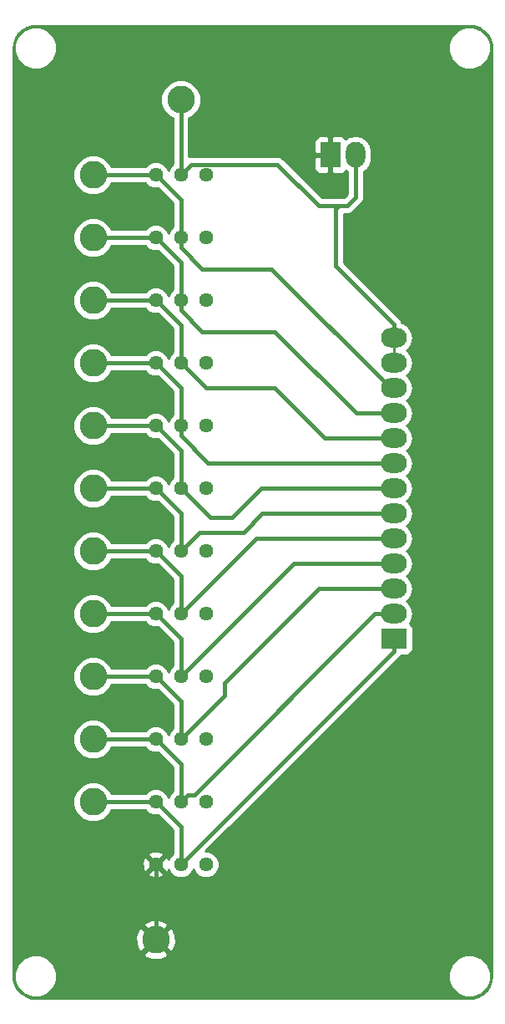
<source format=gbr>
%TF.GenerationSoftware,KiCad,Pcbnew,(5.0.0)*%
%TF.CreationDate,2019-02-02T21:25:33-06:00*%
%TF.ProjectId,BPSTester,4250535465737465722E6B696361645F,rev?*%
%TF.SameCoordinates,Original*%
%TF.FileFunction,Copper,L1,Top,Signal*%
%TF.FilePolarity,Positive*%
%FSLAX46Y46*%
G04 Gerber Fmt 4.6, Leading zero omitted, Abs format (unit mm)*
G04 Created by KiCad (PCBNEW (5.0.0)) date 02/02/19 21:25:33*
%MOMM*%
%LPD*%
G01*
G04 APERTURE LIST*
%ADD10O,2.000000X2.600000*%
%ADD11R,2.000000X2.600000*%
%ADD12C,1.440000*%
%ADD13O,2.600000X2.000000*%
%ADD14R,2.600000X2.000000*%
%ADD15C,2.800000*%
%ADD16C,0.250000*%
%ADD17C,0.381000*%
%ADD18C,0.254000*%
G04 APERTURE END LIST*
D10*
X135436500Y-63828000D03*
D11*
X132896500Y-63828000D03*
D12*
X120260000Y-65860000D03*
X117720000Y-65860000D03*
X115180000Y-65860000D03*
X115180000Y-72210000D03*
X117720000Y-72210000D03*
X120260000Y-72210000D03*
X120260000Y-78560000D03*
X117720000Y-78560000D03*
X115180000Y-78560000D03*
X115180000Y-84910000D03*
X117720000Y-84910000D03*
X120260000Y-84910000D03*
X120260000Y-91260000D03*
X117720000Y-91260000D03*
X115180000Y-91260000D03*
X115180000Y-97610000D03*
X117720000Y-97610000D03*
X120260000Y-97610000D03*
X120260000Y-103960000D03*
X117720000Y-103960000D03*
X115180000Y-103960000D03*
X115180000Y-110310000D03*
X117720000Y-110310000D03*
X120260000Y-110310000D03*
X120260000Y-116660000D03*
X117720000Y-116660000D03*
X115180000Y-116660000D03*
X115180000Y-123010000D03*
X117720000Y-123010000D03*
X120260000Y-123010000D03*
X120260000Y-129360000D03*
X117720000Y-129360000D03*
X115180000Y-129360000D03*
X115180000Y-135710000D03*
X117720000Y-135710000D03*
X120260000Y-135710000D03*
D13*
X139310000Y-82370000D03*
X139310000Y-84910000D03*
X139310000Y-87450000D03*
X139310000Y-89990000D03*
X139310000Y-92530000D03*
X139310000Y-95070000D03*
X139310000Y-97610000D03*
X139310000Y-100150000D03*
X139310000Y-102690000D03*
X139310000Y-105230000D03*
X139310000Y-107770000D03*
X139310000Y-110310000D03*
D14*
X139310000Y-112850000D03*
D15*
X115180000Y-143330000D03*
X117720000Y-58240000D03*
X108830000Y-65860000D03*
X108830000Y-72210000D03*
X108830000Y-78560000D03*
X108830000Y-84910000D03*
X108830000Y-91260000D03*
X108830000Y-97610000D03*
X108830000Y-103960000D03*
X108830000Y-110310000D03*
X108830000Y-129360000D03*
X108830000Y-116660000D03*
X108830000Y-123010000D03*
D16*
X139310000Y-83620000D02*
X139310000Y-84910000D01*
X139310000Y-82370000D02*
X139310000Y-83620000D01*
D17*
X117720000Y-58240000D02*
X117720000Y-65860000D01*
X118782901Y-64797099D02*
X127515599Y-64797099D01*
X117720000Y-65860000D02*
X118782901Y-64797099D01*
X127515599Y-64797099D02*
X131690000Y-68971500D01*
X135436500Y-68146000D02*
X135436500Y-63828000D01*
X134611000Y-68971500D02*
X135436500Y-68146000D01*
X139310000Y-80989000D02*
X133404500Y-75083500D01*
X139310000Y-82370000D02*
X139310000Y-80989000D01*
X133404500Y-69289000D02*
X133722000Y-68971500D01*
X133404500Y-75083500D02*
X133404500Y-69289000D01*
X131690000Y-68971500D02*
X133722000Y-68971500D01*
X133722000Y-68971500D02*
X134611000Y-68971500D01*
X108830000Y-65860000D02*
X115180000Y-65860000D01*
X117720000Y-68400000D02*
X117720000Y-72210000D01*
X115180000Y-65860000D02*
X117720000Y-68400000D01*
X139010000Y-87450000D02*
X139310000Y-87450000D01*
X117720000Y-72210000D02*
X117720000Y-73228233D01*
X117720000Y-73228233D02*
X119876767Y-75385000D01*
X119876767Y-75385000D02*
X126945000Y-75385000D01*
X126945000Y-75385000D02*
X139010000Y-87450000D01*
X108830000Y-72210000D02*
X115180000Y-72210000D01*
X117720000Y-74750000D02*
X117720000Y-78560000D01*
X115180000Y-72210000D02*
X117720000Y-74750000D01*
X117720000Y-79578233D02*
X119876767Y-81735000D01*
X127245000Y-81735000D02*
X135500000Y-89990000D01*
X135500000Y-89990000D02*
X139310000Y-89990000D01*
X119876767Y-81735000D02*
X127245000Y-81735000D01*
X117720000Y-78560000D02*
X117720000Y-79578233D01*
X108830000Y-78560000D02*
X115180000Y-78560000D01*
X115180000Y-78560000D02*
X117720000Y-81100000D01*
X117720000Y-81100000D02*
X117720000Y-84910000D01*
X117720000Y-84910000D02*
X120260000Y-87450000D01*
X127245000Y-87450000D02*
X132325000Y-92530000D01*
X132325000Y-92530000D02*
X139310000Y-92530000D01*
X120260000Y-87450000D02*
X127245000Y-87450000D01*
X108830000Y-84910000D02*
X115180000Y-84910000D01*
X115180000Y-84910000D02*
X117720000Y-87450000D01*
X117720000Y-87450000D02*
X117720000Y-91260000D01*
X120511767Y-95070000D02*
X139310000Y-95070000D01*
X117720000Y-92278233D02*
X120511767Y-95070000D01*
X117720000Y-91260000D02*
X117720000Y-92278233D01*
X108830000Y-91260000D02*
X115180000Y-91260000D01*
X117720000Y-93800000D02*
X117720000Y-97610000D01*
X115180000Y-91260000D02*
X117720000Y-93800000D01*
X117720000Y-97610000D02*
X120704500Y-100594500D01*
X120704500Y-100594500D02*
X122927000Y-100594500D01*
X125911500Y-97610000D02*
X139310000Y-97610000D01*
X122927000Y-100594500D02*
X125911500Y-97610000D01*
X108830000Y-97610000D02*
X115180000Y-97610000D01*
X115180000Y-97610000D02*
X117720000Y-100150000D01*
X117720000Y-100150000D02*
X117720000Y-103960000D01*
X125975000Y-100150000D02*
X139310000Y-100150000D01*
X119625000Y-102055000D02*
X124070000Y-102055000D01*
X117720000Y-103960000D02*
X119625000Y-102055000D01*
X124070000Y-102055000D02*
X125975000Y-100150000D01*
X108830000Y-103960000D02*
X115180000Y-103960000D01*
X117720000Y-106500000D02*
X117720000Y-110310000D01*
X115180000Y-103960000D02*
X117720000Y-106500000D01*
X125340000Y-102690000D02*
X139310000Y-102690000D01*
X117720000Y-110310000D02*
X125340000Y-102690000D01*
X108830000Y-110310000D02*
X115180000Y-110310000D01*
X115180000Y-110310000D02*
X117720000Y-112850000D01*
X117720000Y-112850000D02*
X117720000Y-116660000D01*
X129150000Y-105230000D02*
X139310000Y-105230000D01*
X117720000Y-116660000D02*
X129150000Y-105230000D01*
X108830000Y-116660000D02*
X115180000Y-116660000D01*
X117720000Y-119200000D02*
X117720000Y-123010000D01*
X115180000Y-116660000D02*
X117720000Y-119200000D01*
X117720000Y-123010000D02*
X122165000Y-118565000D01*
X122165000Y-117295000D02*
X131690000Y-107770000D01*
X131690000Y-107770000D02*
X139310000Y-107770000D01*
X122165000Y-118565000D02*
X122165000Y-117295000D01*
X108830000Y-123010000D02*
X115180000Y-123010000D01*
X117720000Y-125550000D02*
X117720000Y-129360000D01*
X115180000Y-123010000D02*
X117720000Y-125550000D01*
X137405000Y-110310000D02*
X139310000Y-110310000D01*
X118439999Y-128640001D02*
X119074999Y-128640001D01*
X117720000Y-129360000D02*
X118439999Y-128640001D01*
X119074999Y-128640001D02*
X137405000Y-110310000D01*
X108830000Y-129360000D02*
X115180000Y-129360000D01*
X115180000Y-129360000D02*
X117720000Y-131900000D01*
X117720000Y-131900000D02*
X117720000Y-135710000D01*
X139310000Y-114120000D02*
X139310000Y-112850000D01*
X117720000Y-135710000D02*
X139310000Y-114120000D01*
X132896500Y-63528000D02*
X133023500Y-63401000D01*
X132896500Y-63828000D02*
X132896500Y-63528000D01*
X132896500Y-63528000D02*
X132833000Y-63464500D01*
X115180000Y-135710000D02*
X115180000Y-143330000D01*
D18*
G36*
X147519918Y-50800594D02*
X148011944Y-50979191D01*
X148449692Y-51266192D01*
X148809668Y-51646190D01*
X149072576Y-52098821D01*
X149227220Y-52609416D01*
X149265001Y-53032743D01*
X149265000Y-146957298D01*
X149199405Y-147519918D01*
X149020809Y-148011944D01*
X148733810Y-148449689D01*
X148353807Y-148809670D01*
X147901180Y-149072576D01*
X147390584Y-149227220D01*
X146967269Y-149265000D01*
X103042702Y-149265000D01*
X102480082Y-149199405D01*
X101988056Y-149020809D01*
X101550311Y-148733810D01*
X101190330Y-148353807D01*
X100927424Y-147901180D01*
X100772780Y-147390584D01*
X100735000Y-146967269D01*
X100735000Y-146575322D01*
X100865000Y-146575322D01*
X100865000Y-147424678D01*
X101190034Y-148209380D01*
X101790620Y-148809966D01*
X102575322Y-149135000D01*
X103424678Y-149135000D01*
X104209380Y-148809966D01*
X104809966Y-148209380D01*
X105135000Y-147424678D01*
X105135000Y-146575322D01*
X144865000Y-146575322D01*
X144865000Y-147424678D01*
X145190034Y-148209380D01*
X145790620Y-148809966D01*
X146575322Y-149135000D01*
X147424678Y-149135000D01*
X148209380Y-148809966D01*
X148809966Y-148209380D01*
X149135000Y-147424678D01*
X149135000Y-146575322D01*
X148809966Y-145790620D01*
X148209380Y-145190034D01*
X147424678Y-144865000D01*
X146575322Y-144865000D01*
X145790620Y-145190034D01*
X145190034Y-145790620D01*
X144865000Y-146575322D01*
X105135000Y-146575322D01*
X104809966Y-145790620D01*
X104209380Y-145190034D01*
X103424678Y-144865000D01*
X102575322Y-144865000D01*
X101790620Y-145190034D01*
X101190034Y-145790620D01*
X100865000Y-146575322D01*
X100735000Y-146575322D01*
X100735000Y-144771724D01*
X113917882Y-144771724D01*
X114065455Y-145080106D01*
X114820031Y-145373405D01*
X115629409Y-145355614D01*
X116294545Y-145080106D01*
X116442118Y-144771724D01*
X115180000Y-143509605D01*
X113917882Y-144771724D01*
X100735000Y-144771724D01*
X100735000Y-142970031D01*
X113136595Y-142970031D01*
X113154386Y-143779409D01*
X113429894Y-144444545D01*
X113738276Y-144592118D01*
X115000395Y-143330000D01*
X115359605Y-143330000D01*
X116621724Y-144592118D01*
X116930106Y-144444545D01*
X117223405Y-143689969D01*
X117205614Y-142880591D01*
X116930106Y-142215455D01*
X116621724Y-142067882D01*
X115359605Y-143330000D01*
X115000395Y-143330000D01*
X113738276Y-142067882D01*
X113429894Y-142215455D01*
X113136595Y-142970031D01*
X100735000Y-142970031D01*
X100735000Y-141888276D01*
X113917882Y-141888276D01*
X115180000Y-143150395D01*
X116442118Y-141888276D01*
X116294545Y-141579894D01*
X115539969Y-141286595D01*
X114730591Y-141304386D01*
X114065455Y-141579894D01*
X113917882Y-141888276D01*
X100735000Y-141888276D01*
X100735000Y-136659774D01*
X114409831Y-136659774D01*
X114474131Y-136897611D01*
X114982342Y-137077333D01*
X115520644Y-137048892D01*
X115885869Y-136897611D01*
X115950169Y-136659774D01*
X115180000Y-135889605D01*
X114409831Y-136659774D01*
X100735000Y-136659774D01*
X100735000Y-135512342D01*
X113812667Y-135512342D01*
X113841108Y-136050644D01*
X113992389Y-136415869D01*
X114230226Y-136480169D01*
X115000395Y-135710000D01*
X114230226Y-134939831D01*
X113992389Y-135004131D01*
X113812667Y-135512342D01*
X100735000Y-135512342D01*
X100735000Y-134760226D01*
X114409831Y-134760226D01*
X115180000Y-135530395D01*
X115950169Y-134760226D01*
X115885869Y-134522389D01*
X115377658Y-134342667D01*
X114839356Y-134371108D01*
X114474131Y-134522389D01*
X114409831Y-134760226D01*
X100735000Y-134760226D01*
X100735000Y-65455213D01*
X106795000Y-65455213D01*
X106795000Y-66264787D01*
X107104810Y-67012735D01*
X107677265Y-67585190D01*
X108425213Y-67895000D01*
X109234787Y-67895000D01*
X109982735Y-67585190D01*
X110555190Y-67012735D01*
X110690735Y-66685500D01*
X114089240Y-66685500D01*
X114412454Y-67008714D01*
X114910474Y-67215000D01*
X115367567Y-67215000D01*
X116894500Y-68741934D01*
X116894501Y-71119239D01*
X116571286Y-71442454D01*
X116450000Y-71735265D01*
X116328714Y-71442454D01*
X115947546Y-71061286D01*
X115449526Y-70855000D01*
X114910474Y-70855000D01*
X114412454Y-71061286D01*
X114089240Y-71384500D01*
X110690735Y-71384500D01*
X110555190Y-71057265D01*
X109982735Y-70484810D01*
X109234787Y-70175000D01*
X108425213Y-70175000D01*
X107677265Y-70484810D01*
X107104810Y-71057265D01*
X106795000Y-71805213D01*
X106795000Y-72614787D01*
X107104810Y-73362735D01*
X107677265Y-73935190D01*
X108425213Y-74245000D01*
X109234787Y-74245000D01*
X109982735Y-73935190D01*
X110555190Y-73362735D01*
X110690735Y-73035500D01*
X114089240Y-73035500D01*
X114412454Y-73358714D01*
X114910474Y-73565000D01*
X115367567Y-73565000D01*
X116894500Y-75091934D01*
X116894501Y-77469239D01*
X116571286Y-77792454D01*
X116450000Y-78085265D01*
X116328714Y-77792454D01*
X115947546Y-77411286D01*
X115449526Y-77205000D01*
X114910474Y-77205000D01*
X114412454Y-77411286D01*
X114089240Y-77734500D01*
X110690735Y-77734500D01*
X110555190Y-77407265D01*
X109982735Y-76834810D01*
X109234787Y-76525000D01*
X108425213Y-76525000D01*
X107677265Y-76834810D01*
X107104810Y-77407265D01*
X106795000Y-78155213D01*
X106795000Y-78964787D01*
X107104810Y-79712735D01*
X107677265Y-80285190D01*
X108425213Y-80595000D01*
X109234787Y-80595000D01*
X109982735Y-80285190D01*
X110555190Y-79712735D01*
X110690735Y-79385500D01*
X114089240Y-79385500D01*
X114412454Y-79708714D01*
X114910474Y-79915000D01*
X115367567Y-79915000D01*
X116894500Y-81441934D01*
X116894501Y-83819239D01*
X116571286Y-84142454D01*
X116450000Y-84435265D01*
X116328714Y-84142454D01*
X115947546Y-83761286D01*
X115449526Y-83555000D01*
X114910474Y-83555000D01*
X114412454Y-83761286D01*
X114089240Y-84084500D01*
X110690735Y-84084500D01*
X110555190Y-83757265D01*
X109982735Y-83184810D01*
X109234787Y-82875000D01*
X108425213Y-82875000D01*
X107677265Y-83184810D01*
X107104810Y-83757265D01*
X106795000Y-84505213D01*
X106795000Y-85314787D01*
X107104810Y-86062735D01*
X107677265Y-86635190D01*
X108425213Y-86945000D01*
X109234787Y-86945000D01*
X109982735Y-86635190D01*
X110555190Y-86062735D01*
X110690735Y-85735500D01*
X114089240Y-85735500D01*
X114412454Y-86058714D01*
X114910474Y-86265000D01*
X115367567Y-86265000D01*
X116894500Y-87791934D01*
X116894501Y-90169239D01*
X116571286Y-90492454D01*
X116450000Y-90785265D01*
X116328714Y-90492454D01*
X115947546Y-90111286D01*
X115449526Y-89905000D01*
X114910474Y-89905000D01*
X114412454Y-90111286D01*
X114089240Y-90434500D01*
X110690735Y-90434500D01*
X110555190Y-90107265D01*
X109982735Y-89534810D01*
X109234787Y-89225000D01*
X108425213Y-89225000D01*
X107677265Y-89534810D01*
X107104810Y-90107265D01*
X106795000Y-90855213D01*
X106795000Y-91664787D01*
X107104810Y-92412735D01*
X107677265Y-92985190D01*
X108425213Y-93295000D01*
X109234787Y-93295000D01*
X109982735Y-92985190D01*
X110555190Y-92412735D01*
X110690735Y-92085500D01*
X114089240Y-92085500D01*
X114412454Y-92408714D01*
X114910474Y-92615000D01*
X115367567Y-92615000D01*
X116894500Y-94141934D01*
X116894501Y-96519239D01*
X116571286Y-96842454D01*
X116450000Y-97135265D01*
X116328714Y-96842454D01*
X115947546Y-96461286D01*
X115449526Y-96255000D01*
X114910474Y-96255000D01*
X114412454Y-96461286D01*
X114089240Y-96784500D01*
X110690735Y-96784500D01*
X110555190Y-96457265D01*
X109982735Y-95884810D01*
X109234787Y-95575000D01*
X108425213Y-95575000D01*
X107677265Y-95884810D01*
X107104810Y-96457265D01*
X106795000Y-97205213D01*
X106795000Y-98014787D01*
X107104810Y-98762735D01*
X107677265Y-99335190D01*
X108425213Y-99645000D01*
X109234787Y-99645000D01*
X109982735Y-99335190D01*
X110555190Y-98762735D01*
X110690735Y-98435500D01*
X114089240Y-98435500D01*
X114412454Y-98758714D01*
X114910474Y-98965000D01*
X115367567Y-98965000D01*
X116894500Y-100491934D01*
X116894501Y-102869239D01*
X116571286Y-103192454D01*
X116450000Y-103485265D01*
X116328714Y-103192454D01*
X115947546Y-102811286D01*
X115449526Y-102605000D01*
X114910474Y-102605000D01*
X114412454Y-102811286D01*
X114089240Y-103134500D01*
X110690735Y-103134500D01*
X110555190Y-102807265D01*
X109982735Y-102234810D01*
X109234787Y-101925000D01*
X108425213Y-101925000D01*
X107677265Y-102234810D01*
X107104810Y-102807265D01*
X106795000Y-103555213D01*
X106795000Y-104364787D01*
X107104810Y-105112735D01*
X107677265Y-105685190D01*
X108425213Y-105995000D01*
X109234787Y-105995000D01*
X109982735Y-105685190D01*
X110555190Y-105112735D01*
X110690735Y-104785500D01*
X114089240Y-104785500D01*
X114412454Y-105108714D01*
X114910474Y-105315000D01*
X115367567Y-105315000D01*
X116894500Y-106841934D01*
X116894501Y-109219239D01*
X116571286Y-109542454D01*
X116450000Y-109835265D01*
X116328714Y-109542454D01*
X115947546Y-109161286D01*
X115449526Y-108955000D01*
X114910474Y-108955000D01*
X114412454Y-109161286D01*
X114089240Y-109484500D01*
X110690735Y-109484500D01*
X110555190Y-109157265D01*
X109982735Y-108584810D01*
X109234787Y-108275000D01*
X108425213Y-108275000D01*
X107677265Y-108584810D01*
X107104810Y-109157265D01*
X106795000Y-109905213D01*
X106795000Y-110714787D01*
X107104810Y-111462735D01*
X107677265Y-112035190D01*
X108425213Y-112345000D01*
X109234787Y-112345000D01*
X109982735Y-112035190D01*
X110555190Y-111462735D01*
X110690735Y-111135500D01*
X114089240Y-111135500D01*
X114412454Y-111458714D01*
X114910474Y-111665000D01*
X115367567Y-111665000D01*
X116894500Y-113191934D01*
X116894501Y-115569239D01*
X116571286Y-115892454D01*
X116450000Y-116185265D01*
X116328714Y-115892454D01*
X115947546Y-115511286D01*
X115449526Y-115305000D01*
X114910474Y-115305000D01*
X114412454Y-115511286D01*
X114089240Y-115834500D01*
X110690735Y-115834500D01*
X110555190Y-115507265D01*
X109982735Y-114934810D01*
X109234787Y-114625000D01*
X108425213Y-114625000D01*
X107677265Y-114934810D01*
X107104810Y-115507265D01*
X106795000Y-116255213D01*
X106795000Y-117064787D01*
X107104810Y-117812735D01*
X107677265Y-118385190D01*
X108425213Y-118695000D01*
X109234787Y-118695000D01*
X109982735Y-118385190D01*
X110555190Y-117812735D01*
X110690735Y-117485500D01*
X114089240Y-117485500D01*
X114412454Y-117808714D01*
X114910474Y-118015000D01*
X115367567Y-118015000D01*
X116894500Y-119541934D01*
X116894501Y-121919239D01*
X116571286Y-122242454D01*
X116450000Y-122535265D01*
X116328714Y-122242454D01*
X115947546Y-121861286D01*
X115449526Y-121655000D01*
X114910474Y-121655000D01*
X114412454Y-121861286D01*
X114089240Y-122184500D01*
X110690735Y-122184500D01*
X110555190Y-121857265D01*
X109982735Y-121284810D01*
X109234787Y-120975000D01*
X108425213Y-120975000D01*
X107677265Y-121284810D01*
X107104810Y-121857265D01*
X106795000Y-122605213D01*
X106795000Y-123414787D01*
X107104810Y-124162735D01*
X107677265Y-124735190D01*
X108425213Y-125045000D01*
X109234787Y-125045000D01*
X109982735Y-124735190D01*
X110555190Y-124162735D01*
X110690735Y-123835500D01*
X114089240Y-123835500D01*
X114412454Y-124158714D01*
X114910474Y-124365000D01*
X115367567Y-124365000D01*
X116894500Y-125891934D01*
X116894501Y-128269239D01*
X116571286Y-128592454D01*
X116450000Y-128885265D01*
X116328714Y-128592454D01*
X115947546Y-128211286D01*
X115449526Y-128005000D01*
X114910474Y-128005000D01*
X114412454Y-128211286D01*
X114089240Y-128534500D01*
X110690735Y-128534500D01*
X110555190Y-128207265D01*
X109982735Y-127634810D01*
X109234787Y-127325000D01*
X108425213Y-127325000D01*
X107677265Y-127634810D01*
X107104810Y-128207265D01*
X106795000Y-128955213D01*
X106795000Y-129764787D01*
X107104810Y-130512735D01*
X107677265Y-131085190D01*
X108425213Y-131395000D01*
X109234787Y-131395000D01*
X109982735Y-131085190D01*
X110555190Y-130512735D01*
X110690735Y-130185500D01*
X114089240Y-130185500D01*
X114412454Y-130508714D01*
X114910474Y-130715000D01*
X115367567Y-130715000D01*
X116894500Y-132241934D01*
X116894501Y-134619239D01*
X116571286Y-134942454D01*
X116456675Y-135219151D01*
X116367611Y-135004131D01*
X116129774Y-134939831D01*
X115359605Y-135710000D01*
X116129774Y-136480169D01*
X116367611Y-136415869D01*
X116449649Y-136183886D01*
X116571286Y-136477546D01*
X116952454Y-136858714D01*
X117450474Y-137065000D01*
X117989526Y-137065000D01*
X118487546Y-136858714D01*
X118868714Y-136477546D01*
X118990000Y-136184735D01*
X119111286Y-136477546D01*
X119492454Y-136858714D01*
X119990474Y-137065000D01*
X120529526Y-137065000D01*
X121027546Y-136858714D01*
X121408714Y-136477546D01*
X121615000Y-135979526D01*
X121615000Y-135440474D01*
X121408714Y-134942454D01*
X121027546Y-134561286D01*
X120529526Y-134355000D01*
X120242432Y-134355000D01*
X139836226Y-114761207D01*
X139905152Y-114715152D01*
X140050623Y-114497440D01*
X140610000Y-114497440D01*
X140857765Y-114448157D01*
X141067809Y-114307809D01*
X141208157Y-114097765D01*
X141257440Y-113850000D01*
X141257440Y-111850000D01*
X141208157Y-111602235D01*
X141067809Y-111392191D01*
X140919511Y-111293100D01*
X141150136Y-110947945D01*
X141277031Y-110310000D01*
X141150136Y-109672055D01*
X140788769Y-109131231D01*
X140652232Y-109040000D01*
X140788769Y-108948769D01*
X141150136Y-108407945D01*
X141277031Y-107770000D01*
X141150136Y-107132055D01*
X140788769Y-106591231D01*
X140652232Y-106500000D01*
X140788769Y-106408769D01*
X141150136Y-105867945D01*
X141277031Y-105230000D01*
X141150136Y-104592055D01*
X140788769Y-104051231D01*
X140652232Y-103960000D01*
X140788769Y-103868769D01*
X141150136Y-103327945D01*
X141277031Y-102690000D01*
X141150136Y-102052055D01*
X140788769Y-101511231D01*
X140652232Y-101420000D01*
X140788769Y-101328769D01*
X141150136Y-100787945D01*
X141277031Y-100150000D01*
X141150136Y-99512055D01*
X140788769Y-98971231D01*
X140652232Y-98880000D01*
X140788769Y-98788769D01*
X141150136Y-98247945D01*
X141277031Y-97610000D01*
X141150136Y-96972055D01*
X140788769Y-96431231D01*
X140652232Y-96340000D01*
X140788769Y-96248769D01*
X141150136Y-95707945D01*
X141277031Y-95070000D01*
X141150136Y-94432055D01*
X140788769Y-93891231D01*
X140652232Y-93800000D01*
X140788769Y-93708769D01*
X141150136Y-93167945D01*
X141277031Y-92530000D01*
X141150136Y-91892055D01*
X140788769Y-91351231D01*
X140652232Y-91260000D01*
X140788769Y-91168769D01*
X141150136Y-90627945D01*
X141277031Y-89990000D01*
X141150136Y-89352055D01*
X140788769Y-88811231D01*
X140652232Y-88720000D01*
X140788769Y-88628769D01*
X141150136Y-88087945D01*
X141277031Y-87450000D01*
X141150136Y-86812055D01*
X140788769Y-86271231D01*
X140652232Y-86180000D01*
X140788769Y-86088769D01*
X141150136Y-85547945D01*
X141277031Y-84910000D01*
X141150136Y-84272055D01*
X140788769Y-83731231D01*
X140652232Y-83640000D01*
X140788769Y-83548769D01*
X141150136Y-83007945D01*
X141277031Y-82370000D01*
X141150136Y-81732055D01*
X140788769Y-81191231D01*
X140247945Y-80829864D01*
X140114748Y-80803370D01*
X140087604Y-80666906D01*
X139905152Y-80393848D01*
X139836226Y-80347793D01*
X134230000Y-74741568D01*
X134230000Y-69797000D01*
X134529699Y-69797000D01*
X134611000Y-69813172D01*
X134692301Y-69797000D01*
X134692303Y-69797000D01*
X134933094Y-69749104D01*
X135206152Y-69566652D01*
X135252209Y-69497723D01*
X135962726Y-68787207D01*
X136031652Y-68741152D01*
X136214104Y-68468094D01*
X136262000Y-68227303D01*
X136262000Y-68227299D01*
X136278171Y-68146001D01*
X136262000Y-68064703D01*
X136262000Y-65542816D01*
X136615269Y-65306769D01*
X136976636Y-64765945D01*
X137071500Y-64289030D01*
X137071500Y-63366969D01*
X136976636Y-62890055D01*
X136615269Y-62349231D01*
X136074444Y-61987864D01*
X135436500Y-61860969D01*
X134798555Y-61987864D01*
X134455135Y-62217330D01*
X134434827Y-62168301D01*
X134256198Y-61989673D01*
X134022809Y-61893000D01*
X133182250Y-61893000D01*
X133023500Y-62051750D01*
X133023500Y-63701000D01*
X133043500Y-63701000D01*
X133043500Y-63955000D01*
X133023500Y-63955000D01*
X133023500Y-65604250D01*
X133182250Y-65763000D01*
X134022809Y-65763000D01*
X134256198Y-65666327D01*
X134434827Y-65487699D01*
X134455135Y-65438670D01*
X134611001Y-65542816D01*
X134611000Y-67804067D01*
X134269068Y-68146000D01*
X133803303Y-68146000D01*
X133722000Y-68129828D01*
X133640697Y-68146000D01*
X132031933Y-68146000D01*
X128156808Y-64270876D01*
X128110751Y-64201947D01*
X127978756Y-64113750D01*
X131261500Y-64113750D01*
X131261500Y-65254310D01*
X131358173Y-65487699D01*
X131536802Y-65666327D01*
X131770191Y-65763000D01*
X132610750Y-65763000D01*
X132769500Y-65604250D01*
X132769500Y-63955000D01*
X131420250Y-63955000D01*
X131261500Y-64113750D01*
X127978756Y-64113750D01*
X127837693Y-64019495D01*
X127596902Y-63971599D01*
X127596900Y-63971599D01*
X127515599Y-63955427D01*
X127434298Y-63971599D01*
X118864202Y-63971599D01*
X118782900Y-63955427D01*
X118701599Y-63971599D01*
X118701598Y-63971599D01*
X118545500Y-64002649D01*
X118545500Y-62401690D01*
X131261500Y-62401690D01*
X131261500Y-63542250D01*
X131420250Y-63701000D01*
X132769500Y-63701000D01*
X132769500Y-62051750D01*
X132610750Y-61893000D01*
X131770191Y-61893000D01*
X131536802Y-61989673D01*
X131358173Y-62168301D01*
X131261500Y-62401690D01*
X118545500Y-62401690D01*
X118545500Y-60100735D01*
X118872735Y-59965190D01*
X119445190Y-59392735D01*
X119755000Y-58644787D01*
X119755000Y-57835213D01*
X119445190Y-57087265D01*
X118872735Y-56514810D01*
X118124787Y-56205000D01*
X117315213Y-56205000D01*
X116567265Y-56514810D01*
X115994810Y-57087265D01*
X115685000Y-57835213D01*
X115685000Y-58644787D01*
X115994810Y-59392735D01*
X116567265Y-59965190D01*
X116894500Y-60100735D01*
X116894501Y-64769239D01*
X116571286Y-65092454D01*
X116450000Y-65385265D01*
X116328714Y-65092454D01*
X115947546Y-64711286D01*
X115449526Y-64505000D01*
X114910474Y-64505000D01*
X114412454Y-64711286D01*
X114089240Y-65034500D01*
X110690735Y-65034500D01*
X110555190Y-64707265D01*
X109982735Y-64134810D01*
X109234787Y-63825000D01*
X108425213Y-63825000D01*
X107677265Y-64134810D01*
X107104810Y-64707265D01*
X106795000Y-65455213D01*
X100735000Y-65455213D01*
X100735000Y-53042702D01*
X100789490Y-52575322D01*
X100865000Y-52575322D01*
X100865000Y-53424678D01*
X101190034Y-54209380D01*
X101790620Y-54809966D01*
X102575322Y-55135000D01*
X103424678Y-55135000D01*
X104209380Y-54809966D01*
X104809966Y-54209380D01*
X105135000Y-53424678D01*
X105135000Y-52575322D01*
X144865000Y-52575322D01*
X144865000Y-53424678D01*
X145190034Y-54209380D01*
X145790620Y-54809966D01*
X146575322Y-55135000D01*
X147424678Y-55135000D01*
X148209380Y-54809966D01*
X148809966Y-54209380D01*
X149135000Y-53424678D01*
X149135000Y-52575322D01*
X148809966Y-51790620D01*
X148209380Y-51190034D01*
X147424678Y-50865000D01*
X146575322Y-50865000D01*
X145790620Y-51190034D01*
X145190034Y-51790620D01*
X144865000Y-52575322D01*
X105135000Y-52575322D01*
X104809966Y-51790620D01*
X104209380Y-51190034D01*
X103424678Y-50865000D01*
X102575322Y-50865000D01*
X101790620Y-51190034D01*
X101190034Y-51790620D01*
X100865000Y-52575322D01*
X100789490Y-52575322D01*
X100800594Y-52480082D01*
X100979191Y-51988056D01*
X101266192Y-51550308D01*
X101646190Y-51190332D01*
X102098821Y-50927424D01*
X102609416Y-50772780D01*
X103032732Y-50735000D01*
X146957298Y-50735000D01*
X147519918Y-50800594D01*
X147519918Y-50800594D01*
G37*
X147519918Y-50800594D02*
X148011944Y-50979191D01*
X148449692Y-51266192D01*
X148809668Y-51646190D01*
X149072576Y-52098821D01*
X149227220Y-52609416D01*
X149265001Y-53032743D01*
X149265000Y-146957298D01*
X149199405Y-147519918D01*
X149020809Y-148011944D01*
X148733810Y-148449689D01*
X148353807Y-148809670D01*
X147901180Y-149072576D01*
X147390584Y-149227220D01*
X146967269Y-149265000D01*
X103042702Y-149265000D01*
X102480082Y-149199405D01*
X101988056Y-149020809D01*
X101550311Y-148733810D01*
X101190330Y-148353807D01*
X100927424Y-147901180D01*
X100772780Y-147390584D01*
X100735000Y-146967269D01*
X100735000Y-146575322D01*
X100865000Y-146575322D01*
X100865000Y-147424678D01*
X101190034Y-148209380D01*
X101790620Y-148809966D01*
X102575322Y-149135000D01*
X103424678Y-149135000D01*
X104209380Y-148809966D01*
X104809966Y-148209380D01*
X105135000Y-147424678D01*
X105135000Y-146575322D01*
X144865000Y-146575322D01*
X144865000Y-147424678D01*
X145190034Y-148209380D01*
X145790620Y-148809966D01*
X146575322Y-149135000D01*
X147424678Y-149135000D01*
X148209380Y-148809966D01*
X148809966Y-148209380D01*
X149135000Y-147424678D01*
X149135000Y-146575322D01*
X148809966Y-145790620D01*
X148209380Y-145190034D01*
X147424678Y-144865000D01*
X146575322Y-144865000D01*
X145790620Y-145190034D01*
X145190034Y-145790620D01*
X144865000Y-146575322D01*
X105135000Y-146575322D01*
X104809966Y-145790620D01*
X104209380Y-145190034D01*
X103424678Y-144865000D01*
X102575322Y-144865000D01*
X101790620Y-145190034D01*
X101190034Y-145790620D01*
X100865000Y-146575322D01*
X100735000Y-146575322D01*
X100735000Y-144771724D01*
X113917882Y-144771724D01*
X114065455Y-145080106D01*
X114820031Y-145373405D01*
X115629409Y-145355614D01*
X116294545Y-145080106D01*
X116442118Y-144771724D01*
X115180000Y-143509605D01*
X113917882Y-144771724D01*
X100735000Y-144771724D01*
X100735000Y-142970031D01*
X113136595Y-142970031D01*
X113154386Y-143779409D01*
X113429894Y-144444545D01*
X113738276Y-144592118D01*
X115000395Y-143330000D01*
X115359605Y-143330000D01*
X116621724Y-144592118D01*
X116930106Y-144444545D01*
X117223405Y-143689969D01*
X117205614Y-142880591D01*
X116930106Y-142215455D01*
X116621724Y-142067882D01*
X115359605Y-143330000D01*
X115000395Y-143330000D01*
X113738276Y-142067882D01*
X113429894Y-142215455D01*
X113136595Y-142970031D01*
X100735000Y-142970031D01*
X100735000Y-141888276D01*
X113917882Y-141888276D01*
X115180000Y-143150395D01*
X116442118Y-141888276D01*
X116294545Y-141579894D01*
X115539969Y-141286595D01*
X114730591Y-141304386D01*
X114065455Y-141579894D01*
X113917882Y-141888276D01*
X100735000Y-141888276D01*
X100735000Y-136659774D01*
X114409831Y-136659774D01*
X114474131Y-136897611D01*
X114982342Y-137077333D01*
X115520644Y-137048892D01*
X115885869Y-136897611D01*
X115950169Y-136659774D01*
X115180000Y-135889605D01*
X114409831Y-136659774D01*
X100735000Y-136659774D01*
X100735000Y-135512342D01*
X113812667Y-135512342D01*
X113841108Y-136050644D01*
X113992389Y-136415869D01*
X114230226Y-136480169D01*
X115000395Y-135710000D01*
X114230226Y-134939831D01*
X113992389Y-135004131D01*
X113812667Y-135512342D01*
X100735000Y-135512342D01*
X100735000Y-134760226D01*
X114409831Y-134760226D01*
X115180000Y-135530395D01*
X115950169Y-134760226D01*
X115885869Y-134522389D01*
X115377658Y-134342667D01*
X114839356Y-134371108D01*
X114474131Y-134522389D01*
X114409831Y-134760226D01*
X100735000Y-134760226D01*
X100735000Y-65455213D01*
X106795000Y-65455213D01*
X106795000Y-66264787D01*
X107104810Y-67012735D01*
X107677265Y-67585190D01*
X108425213Y-67895000D01*
X109234787Y-67895000D01*
X109982735Y-67585190D01*
X110555190Y-67012735D01*
X110690735Y-66685500D01*
X114089240Y-66685500D01*
X114412454Y-67008714D01*
X114910474Y-67215000D01*
X115367567Y-67215000D01*
X116894500Y-68741934D01*
X116894501Y-71119239D01*
X116571286Y-71442454D01*
X116450000Y-71735265D01*
X116328714Y-71442454D01*
X115947546Y-71061286D01*
X115449526Y-70855000D01*
X114910474Y-70855000D01*
X114412454Y-71061286D01*
X114089240Y-71384500D01*
X110690735Y-71384500D01*
X110555190Y-71057265D01*
X109982735Y-70484810D01*
X109234787Y-70175000D01*
X108425213Y-70175000D01*
X107677265Y-70484810D01*
X107104810Y-71057265D01*
X106795000Y-71805213D01*
X106795000Y-72614787D01*
X107104810Y-73362735D01*
X107677265Y-73935190D01*
X108425213Y-74245000D01*
X109234787Y-74245000D01*
X109982735Y-73935190D01*
X110555190Y-73362735D01*
X110690735Y-73035500D01*
X114089240Y-73035500D01*
X114412454Y-73358714D01*
X114910474Y-73565000D01*
X115367567Y-73565000D01*
X116894500Y-75091934D01*
X116894501Y-77469239D01*
X116571286Y-77792454D01*
X116450000Y-78085265D01*
X116328714Y-77792454D01*
X115947546Y-77411286D01*
X115449526Y-77205000D01*
X114910474Y-77205000D01*
X114412454Y-77411286D01*
X114089240Y-77734500D01*
X110690735Y-77734500D01*
X110555190Y-77407265D01*
X109982735Y-76834810D01*
X109234787Y-76525000D01*
X108425213Y-76525000D01*
X107677265Y-76834810D01*
X107104810Y-77407265D01*
X106795000Y-78155213D01*
X106795000Y-78964787D01*
X107104810Y-79712735D01*
X107677265Y-80285190D01*
X108425213Y-80595000D01*
X109234787Y-80595000D01*
X109982735Y-80285190D01*
X110555190Y-79712735D01*
X110690735Y-79385500D01*
X114089240Y-79385500D01*
X114412454Y-79708714D01*
X114910474Y-79915000D01*
X115367567Y-79915000D01*
X116894500Y-81441934D01*
X116894501Y-83819239D01*
X116571286Y-84142454D01*
X116450000Y-84435265D01*
X116328714Y-84142454D01*
X115947546Y-83761286D01*
X115449526Y-83555000D01*
X114910474Y-83555000D01*
X114412454Y-83761286D01*
X114089240Y-84084500D01*
X110690735Y-84084500D01*
X110555190Y-83757265D01*
X109982735Y-83184810D01*
X109234787Y-82875000D01*
X108425213Y-82875000D01*
X107677265Y-83184810D01*
X107104810Y-83757265D01*
X106795000Y-84505213D01*
X106795000Y-85314787D01*
X107104810Y-86062735D01*
X107677265Y-86635190D01*
X108425213Y-86945000D01*
X109234787Y-86945000D01*
X109982735Y-86635190D01*
X110555190Y-86062735D01*
X110690735Y-85735500D01*
X114089240Y-85735500D01*
X114412454Y-86058714D01*
X114910474Y-86265000D01*
X115367567Y-86265000D01*
X116894500Y-87791934D01*
X116894501Y-90169239D01*
X116571286Y-90492454D01*
X116450000Y-90785265D01*
X116328714Y-90492454D01*
X115947546Y-90111286D01*
X115449526Y-89905000D01*
X114910474Y-89905000D01*
X114412454Y-90111286D01*
X114089240Y-90434500D01*
X110690735Y-90434500D01*
X110555190Y-90107265D01*
X109982735Y-89534810D01*
X109234787Y-89225000D01*
X108425213Y-89225000D01*
X107677265Y-89534810D01*
X107104810Y-90107265D01*
X106795000Y-90855213D01*
X106795000Y-91664787D01*
X107104810Y-92412735D01*
X107677265Y-92985190D01*
X108425213Y-93295000D01*
X109234787Y-93295000D01*
X109982735Y-92985190D01*
X110555190Y-92412735D01*
X110690735Y-92085500D01*
X114089240Y-92085500D01*
X114412454Y-92408714D01*
X114910474Y-92615000D01*
X115367567Y-92615000D01*
X116894500Y-94141934D01*
X116894501Y-96519239D01*
X116571286Y-96842454D01*
X116450000Y-97135265D01*
X116328714Y-96842454D01*
X115947546Y-96461286D01*
X115449526Y-96255000D01*
X114910474Y-96255000D01*
X114412454Y-96461286D01*
X114089240Y-96784500D01*
X110690735Y-96784500D01*
X110555190Y-96457265D01*
X109982735Y-95884810D01*
X109234787Y-95575000D01*
X108425213Y-95575000D01*
X107677265Y-95884810D01*
X107104810Y-96457265D01*
X106795000Y-97205213D01*
X106795000Y-98014787D01*
X107104810Y-98762735D01*
X107677265Y-99335190D01*
X108425213Y-99645000D01*
X109234787Y-99645000D01*
X109982735Y-99335190D01*
X110555190Y-98762735D01*
X110690735Y-98435500D01*
X114089240Y-98435500D01*
X114412454Y-98758714D01*
X114910474Y-98965000D01*
X115367567Y-98965000D01*
X116894500Y-100491934D01*
X116894501Y-102869239D01*
X116571286Y-103192454D01*
X116450000Y-103485265D01*
X116328714Y-103192454D01*
X115947546Y-102811286D01*
X115449526Y-102605000D01*
X114910474Y-102605000D01*
X114412454Y-102811286D01*
X114089240Y-103134500D01*
X110690735Y-103134500D01*
X110555190Y-102807265D01*
X109982735Y-102234810D01*
X109234787Y-101925000D01*
X108425213Y-101925000D01*
X107677265Y-102234810D01*
X107104810Y-102807265D01*
X106795000Y-103555213D01*
X106795000Y-104364787D01*
X107104810Y-105112735D01*
X107677265Y-105685190D01*
X108425213Y-105995000D01*
X109234787Y-105995000D01*
X109982735Y-105685190D01*
X110555190Y-105112735D01*
X110690735Y-104785500D01*
X114089240Y-104785500D01*
X114412454Y-105108714D01*
X114910474Y-105315000D01*
X115367567Y-105315000D01*
X116894500Y-106841934D01*
X116894501Y-109219239D01*
X116571286Y-109542454D01*
X116450000Y-109835265D01*
X116328714Y-109542454D01*
X115947546Y-109161286D01*
X115449526Y-108955000D01*
X114910474Y-108955000D01*
X114412454Y-109161286D01*
X114089240Y-109484500D01*
X110690735Y-109484500D01*
X110555190Y-109157265D01*
X109982735Y-108584810D01*
X109234787Y-108275000D01*
X108425213Y-108275000D01*
X107677265Y-108584810D01*
X107104810Y-109157265D01*
X106795000Y-109905213D01*
X106795000Y-110714787D01*
X107104810Y-111462735D01*
X107677265Y-112035190D01*
X108425213Y-112345000D01*
X109234787Y-112345000D01*
X109982735Y-112035190D01*
X110555190Y-111462735D01*
X110690735Y-111135500D01*
X114089240Y-111135500D01*
X114412454Y-111458714D01*
X114910474Y-111665000D01*
X115367567Y-111665000D01*
X116894500Y-113191934D01*
X116894501Y-115569239D01*
X116571286Y-115892454D01*
X116450000Y-116185265D01*
X116328714Y-115892454D01*
X115947546Y-115511286D01*
X115449526Y-115305000D01*
X114910474Y-115305000D01*
X114412454Y-115511286D01*
X114089240Y-115834500D01*
X110690735Y-115834500D01*
X110555190Y-115507265D01*
X109982735Y-114934810D01*
X109234787Y-114625000D01*
X108425213Y-114625000D01*
X107677265Y-114934810D01*
X107104810Y-115507265D01*
X106795000Y-116255213D01*
X106795000Y-117064787D01*
X107104810Y-117812735D01*
X107677265Y-118385190D01*
X108425213Y-118695000D01*
X109234787Y-118695000D01*
X109982735Y-118385190D01*
X110555190Y-117812735D01*
X110690735Y-117485500D01*
X114089240Y-117485500D01*
X114412454Y-117808714D01*
X114910474Y-118015000D01*
X115367567Y-118015000D01*
X116894500Y-119541934D01*
X116894501Y-121919239D01*
X116571286Y-122242454D01*
X116450000Y-122535265D01*
X116328714Y-122242454D01*
X115947546Y-121861286D01*
X115449526Y-121655000D01*
X114910474Y-121655000D01*
X114412454Y-121861286D01*
X114089240Y-122184500D01*
X110690735Y-122184500D01*
X110555190Y-121857265D01*
X109982735Y-121284810D01*
X109234787Y-120975000D01*
X108425213Y-120975000D01*
X107677265Y-121284810D01*
X107104810Y-121857265D01*
X106795000Y-122605213D01*
X106795000Y-123414787D01*
X107104810Y-124162735D01*
X107677265Y-124735190D01*
X108425213Y-125045000D01*
X109234787Y-125045000D01*
X109982735Y-124735190D01*
X110555190Y-124162735D01*
X110690735Y-123835500D01*
X114089240Y-123835500D01*
X114412454Y-124158714D01*
X114910474Y-124365000D01*
X115367567Y-124365000D01*
X116894500Y-125891934D01*
X116894501Y-128269239D01*
X116571286Y-128592454D01*
X116450000Y-128885265D01*
X116328714Y-128592454D01*
X115947546Y-128211286D01*
X115449526Y-128005000D01*
X114910474Y-128005000D01*
X114412454Y-128211286D01*
X114089240Y-128534500D01*
X110690735Y-128534500D01*
X110555190Y-128207265D01*
X109982735Y-127634810D01*
X109234787Y-127325000D01*
X108425213Y-127325000D01*
X107677265Y-127634810D01*
X107104810Y-128207265D01*
X106795000Y-128955213D01*
X106795000Y-129764787D01*
X107104810Y-130512735D01*
X107677265Y-131085190D01*
X108425213Y-131395000D01*
X109234787Y-131395000D01*
X109982735Y-131085190D01*
X110555190Y-130512735D01*
X110690735Y-130185500D01*
X114089240Y-130185500D01*
X114412454Y-130508714D01*
X114910474Y-130715000D01*
X115367567Y-130715000D01*
X116894500Y-132241934D01*
X116894501Y-134619239D01*
X116571286Y-134942454D01*
X116456675Y-135219151D01*
X116367611Y-135004131D01*
X116129774Y-134939831D01*
X115359605Y-135710000D01*
X116129774Y-136480169D01*
X116367611Y-136415869D01*
X116449649Y-136183886D01*
X116571286Y-136477546D01*
X116952454Y-136858714D01*
X117450474Y-137065000D01*
X117989526Y-137065000D01*
X118487546Y-136858714D01*
X118868714Y-136477546D01*
X118990000Y-136184735D01*
X119111286Y-136477546D01*
X119492454Y-136858714D01*
X119990474Y-137065000D01*
X120529526Y-137065000D01*
X121027546Y-136858714D01*
X121408714Y-136477546D01*
X121615000Y-135979526D01*
X121615000Y-135440474D01*
X121408714Y-134942454D01*
X121027546Y-134561286D01*
X120529526Y-134355000D01*
X120242432Y-134355000D01*
X139836226Y-114761207D01*
X139905152Y-114715152D01*
X140050623Y-114497440D01*
X140610000Y-114497440D01*
X140857765Y-114448157D01*
X141067809Y-114307809D01*
X141208157Y-114097765D01*
X141257440Y-113850000D01*
X141257440Y-111850000D01*
X141208157Y-111602235D01*
X141067809Y-111392191D01*
X140919511Y-111293100D01*
X141150136Y-110947945D01*
X141277031Y-110310000D01*
X141150136Y-109672055D01*
X140788769Y-109131231D01*
X140652232Y-109040000D01*
X140788769Y-108948769D01*
X141150136Y-108407945D01*
X141277031Y-107770000D01*
X141150136Y-107132055D01*
X140788769Y-106591231D01*
X140652232Y-106500000D01*
X140788769Y-106408769D01*
X141150136Y-105867945D01*
X141277031Y-105230000D01*
X141150136Y-104592055D01*
X140788769Y-104051231D01*
X140652232Y-103960000D01*
X140788769Y-103868769D01*
X141150136Y-103327945D01*
X141277031Y-102690000D01*
X141150136Y-102052055D01*
X140788769Y-101511231D01*
X140652232Y-101420000D01*
X140788769Y-101328769D01*
X141150136Y-100787945D01*
X141277031Y-100150000D01*
X141150136Y-99512055D01*
X140788769Y-98971231D01*
X140652232Y-98880000D01*
X140788769Y-98788769D01*
X141150136Y-98247945D01*
X141277031Y-97610000D01*
X141150136Y-96972055D01*
X140788769Y-96431231D01*
X140652232Y-96340000D01*
X140788769Y-96248769D01*
X141150136Y-95707945D01*
X141277031Y-95070000D01*
X141150136Y-94432055D01*
X140788769Y-93891231D01*
X140652232Y-93800000D01*
X140788769Y-93708769D01*
X141150136Y-93167945D01*
X141277031Y-92530000D01*
X141150136Y-91892055D01*
X140788769Y-91351231D01*
X140652232Y-91260000D01*
X140788769Y-91168769D01*
X141150136Y-90627945D01*
X141277031Y-89990000D01*
X141150136Y-89352055D01*
X140788769Y-88811231D01*
X140652232Y-88720000D01*
X140788769Y-88628769D01*
X141150136Y-88087945D01*
X141277031Y-87450000D01*
X141150136Y-86812055D01*
X140788769Y-86271231D01*
X140652232Y-86180000D01*
X140788769Y-86088769D01*
X141150136Y-85547945D01*
X141277031Y-84910000D01*
X141150136Y-84272055D01*
X140788769Y-83731231D01*
X140652232Y-83640000D01*
X140788769Y-83548769D01*
X141150136Y-83007945D01*
X141277031Y-82370000D01*
X141150136Y-81732055D01*
X140788769Y-81191231D01*
X140247945Y-80829864D01*
X140114748Y-80803370D01*
X140087604Y-80666906D01*
X139905152Y-80393848D01*
X139836226Y-80347793D01*
X134230000Y-74741568D01*
X134230000Y-69797000D01*
X134529699Y-69797000D01*
X134611000Y-69813172D01*
X134692301Y-69797000D01*
X134692303Y-69797000D01*
X134933094Y-69749104D01*
X135206152Y-69566652D01*
X135252209Y-69497723D01*
X135962726Y-68787207D01*
X136031652Y-68741152D01*
X136214104Y-68468094D01*
X136262000Y-68227303D01*
X136262000Y-68227299D01*
X136278171Y-68146001D01*
X136262000Y-68064703D01*
X136262000Y-65542816D01*
X136615269Y-65306769D01*
X136976636Y-64765945D01*
X137071500Y-64289030D01*
X137071500Y-63366969D01*
X136976636Y-62890055D01*
X136615269Y-62349231D01*
X136074444Y-61987864D01*
X135436500Y-61860969D01*
X134798555Y-61987864D01*
X134455135Y-62217330D01*
X134434827Y-62168301D01*
X134256198Y-61989673D01*
X134022809Y-61893000D01*
X133182250Y-61893000D01*
X133023500Y-62051750D01*
X133023500Y-63701000D01*
X133043500Y-63701000D01*
X133043500Y-63955000D01*
X133023500Y-63955000D01*
X133023500Y-65604250D01*
X133182250Y-65763000D01*
X134022809Y-65763000D01*
X134256198Y-65666327D01*
X134434827Y-65487699D01*
X134455135Y-65438670D01*
X134611001Y-65542816D01*
X134611000Y-67804067D01*
X134269068Y-68146000D01*
X133803303Y-68146000D01*
X133722000Y-68129828D01*
X133640697Y-68146000D01*
X132031933Y-68146000D01*
X128156808Y-64270876D01*
X128110751Y-64201947D01*
X127978756Y-64113750D01*
X131261500Y-64113750D01*
X131261500Y-65254310D01*
X131358173Y-65487699D01*
X131536802Y-65666327D01*
X131770191Y-65763000D01*
X132610750Y-65763000D01*
X132769500Y-65604250D01*
X132769500Y-63955000D01*
X131420250Y-63955000D01*
X131261500Y-64113750D01*
X127978756Y-64113750D01*
X127837693Y-64019495D01*
X127596902Y-63971599D01*
X127596900Y-63971599D01*
X127515599Y-63955427D01*
X127434298Y-63971599D01*
X118864202Y-63971599D01*
X118782900Y-63955427D01*
X118701599Y-63971599D01*
X118701598Y-63971599D01*
X118545500Y-64002649D01*
X118545500Y-62401690D01*
X131261500Y-62401690D01*
X131261500Y-63542250D01*
X131420250Y-63701000D01*
X132769500Y-63701000D01*
X132769500Y-62051750D01*
X132610750Y-61893000D01*
X131770191Y-61893000D01*
X131536802Y-61989673D01*
X131358173Y-62168301D01*
X131261500Y-62401690D01*
X118545500Y-62401690D01*
X118545500Y-60100735D01*
X118872735Y-59965190D01*
X119445190Y-59392735D01*
X119755000Y-58644787D01*
X119755000Y-57835213D01*
X119445190Y-57087265D01*
X118872735Y-56514810D01*
X118124787Y-56205000D01*
X117315213Y-56205000D01*
X116567265Y-56514810D01*
X115994810Y-57087265D01*
X115685000Y-57835213D01*
X115685000Y-58644787D01*
X115994810Y-59392735D01*
X116567265Y-59965190D01*
X116894500Y-60100735D01*
X116894501Y-64769239D01*
X116571286Y-65092454D01*
X116450000Y-65385265D01*
X116328714Y-65092454D01*
X115947546Y-64711286D01*
X115449526Y-64505000D01*
X114910474Y-64505000D01*
X114412454Y-64711286D01*
X114089240Y-65034500D01*
X110690735Y-65034500D01*
X110555190Y-64707265D01*
X109982735Y-64134810D01*
X109234787Y-63825000D01*
X108425213Y-63825000D01*
X107677265Y-64134810D01*
X107104810Y-64707265D01*
X106795000Y-65455213D01*
X100735000Y-65455213D01*
X100735000Y-53042702D01*
X100789490Y-52575322D01*
X100865000Y-52575322D01*
X100865000Y-53424678D01*
X101190034Y-54209380D01*
X101790620Y-54809966D01*
X102575322Y-55135000D01*
X103424678Y-55135000D01*
X104209380Y-54809966D01*
X104809966Y-54209380D01*
X105135000Y-53424678D01*
X105135000Y-52575322D01*
X144865000Y-52575322D01*
X144865000Y-53424678D01*
X145190034Y-54209380D01*
X145790620Y-54809966D01*
X146575322Y-55135000D01*
X147424678Y-55135000D01*
X148209380Y-54809966D01*
X148809966Y-54209380D01*
X149135000Y-53424678D01*
X149135000Y-52575322D01*
X148809966Y-51790620D01*
X148209380Y-51190034D01*
X147424678Y-50865000D01*
X146575322Y-50865000D01*
X145790620Y-51190034D01*
X145190034Y-51790620D01*
X144865000Y-52575322D01*
X105135000Y-52575322D01*
X104809966Y-51790620D01*
X104209380Y-51190034D01*
X103424678Y-50865000D01*
X102575322Y-50865000D01*
X101790620Y-51190034D01*
X101190034Y-51790620D01*
X100865000Y-52575322D01*
X100789490Y-52575322D01*
X100800594Y-52480082D01*
X100979191Y-51988056D01*
X101266192Y-51550308D01*
X101646190Y-51190332D01*
X102098821Y-50927424D01*
X102609416Y-50772780D01*
X103032732Y-50735000D01*
X146957298Y-50735000D01*
X147519918Y-50800594D01*
M02*

</source>
